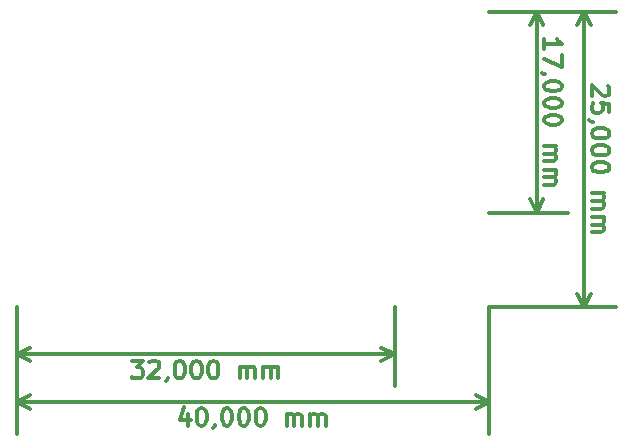
<source format=gbr>
%TF.GenerationSoftware,KiCad,Pcbnew,4.0.6*%
%TF.CreationDate,2017-07-29T18:57:00+02:00*%
%TF.ProjectId,ChipS,43686970532E6B696361645F70636200,rev?*%
%TF.FileFunction,Drawing*%
%FSLAX46Y46*%
G04 Gerber Fmt 4.6, Leading zero omitted, Abs format (unit mm)*
G04 Created by KiCad (PCBNEW 4.0.6) date 07/29/17 18:57:00*
%MOMM*%
%LPD*%
G01*
G04 APERTURE LIST*
%ADD10C,0.100000*%
%ADD11C,0.300000*%
G04 APERTURE END LIST*
D10*
D11*
X126028571Y-65285715D02*
X126100000Y-65357144D01*
X126171429Y-65500001D01*
X126171429Y-65857144D01*
X126100000Y-66000001D01*
X126028571Y-66071430D01*
X125885714Y-66142858D01*
X125742857Y-66142858D01*
X125528571Y-66071430D01*
X124671429Y-65214287D01*
X124671429Y-66142858D01*
X126171429Y-67500001D02*
X126171429Y-66785715D01*
X125457143Y-66714286D01*
X125528571Y-66785715D01*
X125600000Y-66928572D01*
X125600000Y-67285715D01*
X125528571Y-67428572D01*
X125457143Y-67500001D01*
X125314286Y-67571429D01*
X124957143Y-67571429D01*
X124814286Y-67500001D01*
X124742857Y-67428572D01*
X124671429Y-67285715D01*
X124671429Y-66928572D01*
X124742857Y-66785715D01*
X124814286Y-66714286D01*
X124742857Y-68285714D02*
X124671429Y-68285714D01*
X124528571Y-68214286D01*
X124457143Y-68142857D01*
X126171429Y-69214286D02*
X126171429Y-69357143D01*
X126100000Y-69500000D01*
X126028571Y-69571429D01*
X125885714Y-69642858D01*
X125600000Y-69714286D01*
X125242857Y-69714286D01*
X124957143Y-69642858D01*
X124814286Y-69571429D01*
X124742857Y-69500000D01*
X124671429Y-69357143D01*
X124671429Y-69214286D01*
X124742857Y-69071429D01*
X124814286Y-69000000D01*
X124957143Y-68928572D01*
X125242857Y-68857143D01*
X125600000Y-68857143D01*
X125885714Y-68928572D01*
X126028571Y-69000000D01*
X126100000Y-69071429D01*
X126171429Y-69214286D01*
X126171429Y-70642857D02*
X126171429Y-70785714D01*
X126100000Y-70928571D01*
X126028571Y-71000000D01*
X125885714Y-71071429D01*
X125600000Y-71142857D01*
X125242857Y-71142857D01*
X124957143Y-71071429D01*
X124814286Y-71000000D01*
X124742857Y-70928571D01*
X124671429Y-70785714D01*
X124671429Y-70642857D01*
X124742857Y-70500000D01*
X124814286Y-70428571D01*
X124957143Y-70357143D01*
X125242857Y-70285714D01*
X125600000Y-70285714D01*
X125885714Y-70357143D01*
X126028571Y-70428571D01*
X126100000Y-70500000D01*
X126171429Y-70642857D01*
X126171429Y-72071428D02*
X126171429Y-72214285D01*
X126100000Y-72357142D01*
X126028571Y-72428571D01*
X125885714Y-72500000D01*
X125600000Y-72571428D01*
X125242857Y-72571428D01*
X124957143Y-72500000D01*
X124814286Y-72428571D01*
X124742857Y-72357142D01*
X124671429Y-72214285D01*
X124671429Y-72071428D01*
X124742857Y-71928571D01*
X124814286Y-71857142D01*
X124957143Y-71785714D01*
X125242857Y-71714285D01*
X125600000Y-71714285D01*
X125885714Y-71785714D01*
X126028571Y-71857142D01*
X126100000Y-71928571D01*
X126171429Y-72071428D01*
X124671429Y-74357142D02*
X125671429Y-74357142D01*
X125528571Y-74357142D02*
X125600000Y-74428570D01*
X125671429Y-74571428D01*
X125671429Y-74785713D01*
X125600000Y-74928570D01*
X125457143Y-74999999D01*
X124671429Y-74999999D01*
X125457143Y-74999999D02*
X125600000Y-75071428D01*
X125671429Y-75214285D01*
X125671429Y-75428570D01*
X125600000Y-75571428D01*
X125457143Y-75642856D01*
X124671429Y-75642856D01*
X124671429Y-76357142D02*
X125671429Y-76357142D01*
X125528571Y-76357142D02*
X125600000Y-76428570D01*
X125671429Y-76571428D01*
X125671429Y-76785713D01*
X125600000Y-76928570D01*
X125457143Y-76999999D01*
X124671429Y-76999999D01*
X125457143Y-76999999D02*
X125600000Y-77071428D01*
X125671429Y-77214285D01*
X125671429Y-77428570D01*
X125600000Y-77571428D01*
X125457143Y-77642856D01*
X124671429Y-77642856D01*
X124000000Y-59000000D02*
X124000000Y-84000000D01*
X116000000Y-59000000D02*
X126700000Y-59000000D01*
X116000000Y-84000000D02*
X126700000Y-84000000D01*
X124000000Y-84000000D02*
X123413579Y-82873496D01*
X124000000Y-84000000D02*
X124586421Y-82873496D01*
X124000000Y-59000000D02*
X123413579Y-60126504D01*
X124000000Y-59000000D02*
X124586421Y-60126504D01*
X120671429Y-62142858D02*
X120671429Y-61285715D01*
X120671429Y-61714287D02*
X122171429Y-61714287D01*
X121957143Y-61571430D01*
X121814286Y-61428572D01*
X121742857Y-61285715D01*
X122171429Y-62642858D02*
X122171429Y-63642858D01*
X120671429Y-63000001D01*
X120742857Y-64285714D02*
X120671429Y-64285714D01*
X120528571Y-64214286D01*
X120457143Y-64142857D01*
X122171429Y-65214286D02*
X122171429Y-65357143D01*
X122100000Y-65500000D01*
X122028571Y-65571429D01*
X121885714Y-65642858D01*
X121600000Y-65714286D01*
X121242857Y-65714286D01*
X120957143Y-65642858D01*
X120814286Y-65571429D01*
X120742857Y-65500000D01*
X120671429Y-65357143D01*
X120671429Y-65214286D01*
X120742857Y-65071429D01*
X120814286Y-65000000D01*
X120957143Y-64928572D01*
X121242857Y-64857143D01*
X121600000Y-64857143D01*
X121885714Y-64928572D01*
X122028571Y-65000000D01*
X122100000Y-65071429D01*
X122171429Y-65214286D01*
X122171429Y-66642857D02*
X122171429Y-66785714D01*
X122100000Y-66928571D01*
X122028571Y-67000000D01*
X121885714Y-67071429D01*
X121600000Y-67142857D01*
X121242857Y-67142857D01*
X120957143Y-67071429D01*
X120814286Y-67000000D01*
X120742857Y-66928571D01*
X120671429Y-66785714D01*
X120671429Y-66642857D01*
X120742857Y-66500000D01*
X120814286Y-66428571D01*
X120957143Y-66357143D01*
X121242857Y-66285714D01*
X121600000Y-66285714D01*
X121885714Y-66357143D01*
X122028571Y-66428571D01*
X122100000Y-66500000D01*
X122171429Y-66642857D01*
X122171429Y-68071428D02*
X122171429Y-68214285D01*
X122100000Y-68357142D01*
X122028571Y-68428571D01*
X121885714Y-68500000D01*
X121600000Y-68571428D01*
X121242857Y-68571428D01*
X120957143Y-68500000D01*
X120814286Y-68428571D01*
X120742857Y-68357142D01*
X120671429Y-68214285D01*
X120671429Y-68071428D01*
X120742857Y-67928571D01*
X120814286Y-67857142D01*
X120957143Y-67785714D01*
X121242857Y-67714285D01*
X121600000Y-67714285D01*
X121885714Y-67785714D01*
X122028571Y-67857142D01*
X122100000Y-67928571D01*
X122171429Y-68071428D01*
X120671429Y-70357142D02*
X121671429Y-70357142D01*
X121528571Y-70357142D02*
X121600000Y-70428570D01*
X121671429Y-70571428D01*
X121671429Y-70785713D01*
X121600000Y-70928570D01*
X121457143Y-70999999D01*
X120671429Y-70999999D01*
X121457143Y-70999999D02*
X121600000Y-71071428D01*
X121671429Y-71214285D01*
X121671429Y-71428570D01*
X121600000Y-71571428D01*
X121457143Y-71642856D01*
X120671429Y-71642856D01*
X120671429Y-72357142D02*
X121671429Y-72357142D01*
X121528571Y-72357142D02*
X121600000Y-72428570D01*
X121671429Y-72571428D01*
X121671429Y-72785713D01*
X121600000Y-72928570D01*
X121457143Y-72999999D01*
X120671429Y-72999999D01*
X121457143Y-72999999D02*
X121600000Y-73071428D01*
X121671429Y-73214285D01*
X121671429Y-73428570D01*
X121600000Y-73571428D01*
X121457143Y-73642856D01*
X120671429Y-73642856D01*
X120000000Y-59000000D02*
X120000000Y-76000000D01*
X116000000Y-59000000D02*
X122700000Y-59000000D01*
X116000000Y-76000000D02*
X122700000Y-76000000D01*
X120000000Y-76000000D02*
X119413579Y-74873496D01*
X120000000Y-76000000D02*
X120586421Y-74873496D01*
X120000000Y-59000000D02*
X119413579Y-60126504D01*
X120000000Y-59000000D02*
X120586421Y-60126504D01*
X90500001Y-93028571D02*
X90500001Y-94028571D01*
X90142858Y-92457143D02*
X89785715Y-93528571D01*
X90714287Y-93528571D01*
X91571429Y-92528571D02*
X91714286Y-92528571D01*
X91857143Y-92600000D01*
X91928572Y-92671429D01*
X92000001Y-92814286D01*
X92071429Y-93100000D01*
X92071429Y-93457143D01*
X92000001Y-93742857D01*
X91928572Y-93885714D01*
X91857143Y-93957143D01*
X91714286Y-94028571D01*
X91571429Y-94028571D01*
X91428572Y-93957143D01*
X91357143Y-93885714D01*
X91285715Y-93742857D01*
X91214286Y-93457143D01*
X91214286Y-93100000D01*
X91285715Y-92814286D01*
X91357143Y-92671429D01*
X91428572Y-92600000D01*
X91571429Y-92528571D01*
X92785714Y-93957143D02*
X92785714Y-94028571D01*
X92714286Y-94171429D01*
X92642857Y-94242857D01*
X93714286Y-92528571D02*
X93857143Y-92528571D01*
X94000000Y-92600000D01*
X94071429Y-92671429D01*
X94142858Y-92814286D01*
X94214286Y-93100000D01*
X94214286Y-93457143D01*
X94142858Y-93742857D01*
X94071429Y-93885714D01*
X94000000Y-93957143D01*
X93857143Y-94028571D01*
X93714286Y-94028571D01*
X93571429Y-93957143D01*
X93500000Y-93885714D01*
X93428572Y-93742857D01*
X93357143Y-93457143D01*
X93357143Y-93100000D01*
X93428572Y-92814286D01*
X93500000Y-92671429D01*
X93571429Y-92600000D01*
X93714286Y-92528571D01*
X95142857Y-92528571D02*
X95285714Y-92528571D01*
X95428571Y-92600000D01*
X95500000Y-92671429D01*
X95571429Y-92814286D01*
X95642857Y-93100000D01*
X95642857Y-93457143D01*
X95571429Y-93742857D01*
X95500000Y-93885714D01*
X95428571Y-93957143D01*
X95285714Y-94028571D01*
X95142857Y-94028571D01*
X95000000Y-93957143D01*
X94928571Y-93885714D01*
X94857143Y-93742857D01*
X94785714Y-93457143D01*
X94785714Y-93100000D01*
X94857143Y-92814286D01*
X94928571Y-92671429D01*
X95000000Y-92600000D01*
X95142857Y-92528571D01*
X96571428Y-92528571D02*
X96714285Y-92528571D01*
X96857142Y-92600000D01*
X96928571Y-92671429D01*
X97000000Y-92814286D01*
X97071428Y-93100000D01*
X97071428Y-93457143D01*
X97000000Y-93742857D01*
X96928571Y-93885714D01*
X96857142Y-93957143D01*
X96714285Y-94028571D01*
X96571428Y-94028571D01*
X96428571Y-93957143D01*
X96357142Y-93885714D01*
X96285714Y-93742857D01*
X96214285Y-93457143D01*
X96214285Y-93100000D01*
X96285714Y-92814286D01*
X96357142Y-92671429D01*
X96428571Y-92600000D01*
X96571428Y-92528571D01*
X98857142Y-94028571D02*
X98857142Y-93028571D01*
X98857142Y-93171429D02*
X98928570Y-93100000D01*
X99071428Y-93028571D01*
X99285713Y-93028571D01*
X99428570Y-93100000D01*
X99499999Y-93242857D01*
X99499999Y-94028571D01*
X99499999Y-93242857D02*
X99571428Y-93100000D01*
X99714285Y-93028571D01*
X99928570Y-93028571D01*
X100071428Y-93100000D01*
X100142856Y-93242857D01*
X100142856Y-94028571D01*
X100857142Y-94028571D02*
X100857142Y-93028571D01*
X100857142Y-93171429D02*
X100928570Y-93100000D01*
X101071428Y-93028571D01*
X101285713Y-93028571D01*
X101428570Y-93100000D01*
X101499999Y-93242857D01*
X101499999Y-94028571D01*
X101499999Y-93242857D02*
X101571428Y-93100000D01*
X101714285Y-93028571D01*
X101928570Y-93028571D01*
X102071428Y-93100000D01*
X102142856Y-93242857D01*
X102142856Y-94028571D01*
X76000000Y-92000000D02*
X116000000Y-92000000D01*
X76000000Y-84000000D02*
X76000000Y-94700000D01*
X116000000Y-84000000D02*
X116000000Y-94700000D01*
X116000000Y-92000000D02*
X114873496Y-92586421D01*
X116000000Y-92000000D02*
X114873496Y-91413579D01*
X76000000Y-92000000D02*
X77126504Y-92586421D01*
X76000000Y-92000000D02*
X77126504Y-91413579D01*
X85714287Y-88528571D02*
X86642858Y-88528571D01*
X86142858Y-89100000D01*
X86357144Y-89100000D01*
X86500001Y-89171429D01*
X86571430Y-89242857D01*
X86642858Y-89385714D01*
X86642858Y-89742857D01*
X86571430Y-89885714D01*
X86500001Y-89957143D01*
X86357144Y-90028571D01*
X85928572Y-90028571D01*
X85785715Y-89957143D01*
X85714287Y-89885714D01*
X87214286Y-88671429D02*
X87285715Y-88600000D01*
X87428572Y-88528571D01*
X87785715Y-88528571D01*
X87928572Y-88600000D01*
X88000001Y-88671429D01*
X88071429Y-88814286D01*
X88071429Y-88957143D01*
X88000001Y-89171429D01*
X87142858Y-90028571D01*
X88071429Y-90028571D01*
X88785714Y-89957143D02*
X88785714Y-90028571D01*
X88714286Y-90171429D01*
X88642857Y-90242857D01*
X89714286Y-88528571D02*
X89857143Y-88528571D01*
X90000000Y-88600000D01*
X90071429Y-88671429D01*
X90142858Y-88814286D01*
X90214286Y-89100000D01*
X90214286Y-89457143D01*
X90142858Y-89742857D01*
X90071429Y-89885714D01*
X90000000Y-89957143D01*
X89857143Y-90028571D01*
X89714286Y-90028571D01*
X89571429Y-89957143D01*
X89500000Y-89885714D01*
X89428572Y-89742857D01*
X89357143Y-89457143D01*
X89357143Y-89100000D01*
X89428572Y-88814286D01*
X89500000Y-88671429D01*
X89571429Y-88600000D01*
X89714286Y-88528571D01*
X91142857Y-88528571D02*
X91285714Y-88528571D01*
X91428571Y-88600000D01*
X91500000Y-88671429D01*
X91571429Y-88814286D01*
X91642857Y-89100000D01*
X91642857Y-89457143D01*
X91571429Y-89742857D01*
X91500000Y-89885714D01*
X91428571Y-89957143D01*
X91285714Y-90028571D01*
X91142857Y-90028571D01*
X91000000Y-89957143D01*
X90928571Y-89885714D01*
X90857143Y-89742857D01*
X90785714Y-89457143D01*
X90785714Y-89100000D01*
X90857143Y-88814286D01*
X90928571Y-88671429D01*
X91000000Y-88600000D01*
X91142857Y-88528571D01*
X92571428Y-88528571D02*
X92714285Y-88528571D01*
X92857142Y-88600000D01*
X92928571Y-88671429D01*
X93000000Y-88814286D01*
X93071428Y-89100000D01*
X93071428Y-89457143D01*
X93000000Y-89742857D01*
X92928571Y-89885714D01*
X92857142Y-89957143D01*
X92714285Y-90028571D01*
X92571428Y-90028571D01*
X92428571Y-89957143D01*
X92357142Y-89885714D01*
X92285714Y-89742857D01*
X92214285Y-89457143D01*
X92214285Y-89100000D01*
X92285714Y-88814286D01*
X92357142Y-88671429D01*
X92428571Y-88600000D01*
X92571428Y-88528571D01*
X94857142Y-90028571D02*
X94857142Y-89028571D01*
X94857142Y-89171429D02*
X94928570Y-89100000D01*
X95071428Y-89028571D01*
X95285713Y-89028571D01*
X95428570Y-89100000D01*
X95499999Y-89242857D01*
X95499999Y-90028571D01*
X95499999Y-89242857D02*
X95571428Y-89100000D01*
X95714285Y-89028571D01*
X95928570Y-89028571D01*
X96071428Y-89100000D01*
X96142856Y-89242857D01*
X96142856Y-90028571D01*
X96857142Y-90028571D02*
X96857142Y-89028571D01*
X96857142Y-89171429D02*
X96928570Y-89100000D01*
X97071428Y-89028571D01*
X97285713Y-89028571D01*
X97428570Y-89100000D01*
X97499999Y-89242857D01*
X97499999Y-90028571D01*
X97499999Y-89242857D02*
X97571428Y-89100000D01*
X97714285Y-89028571D01*
X97928570Y-89028571D01*
X98071428Y-89100000D01*
X98142856Y-89242857D01*
X98142856Y-90028571D01*
X76000000Y-88000000D02*
X108000000Y-88000000D01*
X76000000Y-84000000D02*
X76000000Y-90700000D01*
X108000000Y-84000000D02*
X108000000Y-90700000D01*
X108000000Y-88000000D02*
X106873496Y-88586421D01*
X108000000Y-88000000D02*
X106873496Y-87413579D01*
X76000000Y-88000000D02*
X77126504Y-88586421D01*
X76000000Y-88000000D02*
X77126504Y-87413579D01*
M02*

</source>
